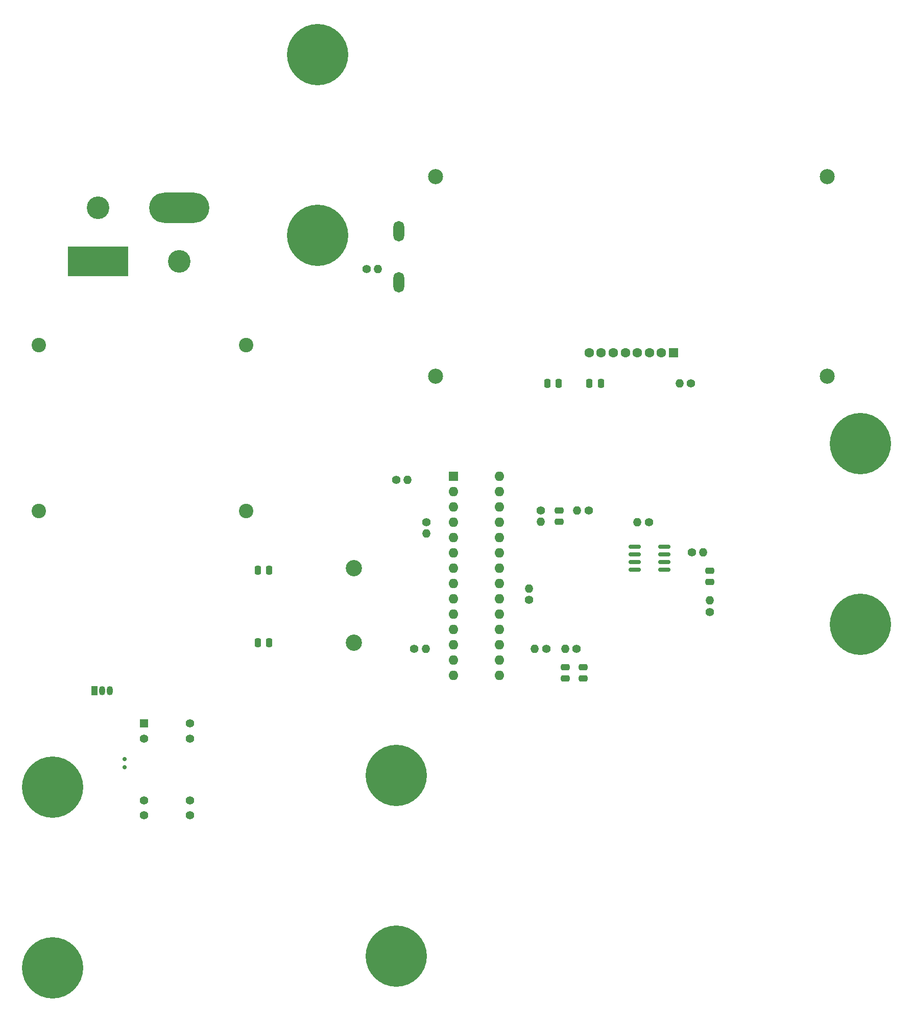
<source format=gbr>
%TF.GenerationSoftware,KiCad,Pcbnew,8.0.5*%
%TF.CreationDate,2024-09-18T16:37:26+03:00*%
%TF.ProjectId,TDR_test,5444525f-7465-4737-942e-6b696361645f,rev?*%
%TF.SameCoordinates,Original*%
%TF.FileFunction,Soldermask,Top*%
%TF.FilePolarity,Negative*%
%FSLAX46Y46*%
G04 Gerber Fmt 4.6, Leading zero omitted, Abs format (unit mm)*
G04 Created by KiCad (PCBNEW 8.0.5) date 2024-09-18 16:37:26*
%MOMM*%
%LPD*%
G01*
G04 APERTURE LIST*
G04 Aperture macros list*
%AMRoundRect*
0 Rectangle with rounded corners*
0 $1 Rounding radius*
0 $2 $3 $4 $5 $6 $7 $8 $9 X,Y pos of 4 corners*
0 Add a 4 corners polygon primitive as box body*
4,1,4,$2,$3,$4,$5,$6,$7,$8,$9,$2,$3,0*
0 Add four circle primitives for the rounded corners*
1,1,$1+$1,$2,$3*
1,1,$1+$1,$4,$5*
1,1,$1+$1,$6,$7*
1,1,$1+$1,$8,$9*
0 Add four rect primitives between the rounded corners*
20,1,$1+$1,$2,$3,$4,$5,0*
20,1,$1+$1,$4,$5,$6,$7,0*
20,1,$1+$1,$6,$7,$8,$9,0*
20,1,$1+$1,$8,$9,$2,$3,0*%
G04 Aperture macros list end*
%ADD10RoundRect,0.250000X-0.475000X0.250000X-0.475000X-0.250000X0.475000X-0.250000X0.475000X0.250000X0*%
%ADD11RoundRect,0.250000X0.475000X-0.250000X0.475000X0.250000X-0.475000X0.250000X-0.475000X-0.250000X0*%
%ADD12RoundRect,0.250000X0.250000X0.475000X-0.250000X0.475000X-0.250000X-0.475000X0.250000X-0.475000X0*%
%ADD13C,1.400000*%
%ADD14O,1.400000X1.400000*%
%ADD15C,10.160000*%
%ADD16R,1.400000X1.400000*%
%ADD17C,2.700000*%
%ADD18C,2.500000*%
%ADD19R,1.600000X1.600000*%
%ADD20C,1.600000*%
%ADD21O,1.800000X3.400000*%
%ADD22C,2.400000*%
%ADD23RoundRect,0.150000X0.825000X0.150000X-0.825000X0.150000X-0.825000X-0.150000X0.825000X-0.150000X0*%
%ADD24R,1.050000X1.500000*%
%ADD25O,1.050000X1.500000*%
%ADD26C,3.750000*%
%ADD27R,10.000000X5.000000*%
%ADD28O,10.000000X5.000000*%
%ADD29O,1.600000X1.600000*%
%ADD30RoundRect,0.150000X-0.200000X0.150000X-0.200000X-0.150000X0.200000X-0.150000X0.200000X0.150000X0*%
G04 APERTURE END LIST*
D10*
%TO.C,C10*%
X155000000Y-108050000D03*
X155000000Y-109950000D03*
%TD*%
%TO.C,C9*%
X130000000Y-98050000D03*
X130000000Y-99950000D03*
%TD*%
D11*
%TO.C,C8*%
X134000000Y-125950000D03*
X134000000Y-124050000D03*
%TD*%
D10*
%TO.C,C7*%
X131000000Y-124050000D03*
X131000000Y-125950000D03*
%TD*%
D12*
%TO.C,C4*%
X136950000Y-77000000D03*
X135050000Y-77000000D03*
%TD*%
%TO.C,C3*%
X129950000Y-77000000D03*
X128050000Y-77000000D03*
%TD*%
%TO.C,C2*%
X81950000Y-120000000D03*
X80050000Y-120000000D03*
%TD*%
%TO.C,C1*%
X81950000Y-108000000D03*
X80050000Y-108000000D03*
%TD*%
D13*
%TO.C,R13*%
X125000000Y-112900000D03*
D14*
X125000000Y-111000000D03*
%TD*%
D13*
%TO.C,R12*%
X155000000Y-114900000D03*
D14*
X155000000Y-113000000D03*
%TD*%
D13*
%TO.C,R11*%
X144900000Y-100000000D03*
D14*
X143000000Y-100000000D03*
%TD*%
D13*
%TO.C,R10*%
X152000000Y-105000000D03*
D14*
X153900000Y-105000000D03*
%TD*%
D13*
%TO.C,R9*%
X98100000Y-58000000D03*
D14*
X100000000Y-58000000D03*
%TD*%
D13*
%TO.C,R8*%
X151900000Y-77000000D03*
D14*
X150000000Y-77000000D03*
%TD*%
D15*
%TO.C,J4*%
X180000000Y-117000000D03*
X180000000Y-87030000D03*
%TD*%
%TO.C,J3*%
X103000000Y-142000000D03*
X103000000Y-171970000D03*
%TD*%
D13*
%TO.C,R1*%
X103000000Y-93000000D03*
D14*
X104900000Y-93000000D03*
%TD*%
D15*
%TO.C,J2*%
X90000000Y-22500000D03*
X90000000Y-52470000D03*
%TD*%
D16*
%TO.C,K1*%
X61200000Y-133400000D03*
D13*
X61200000Y-135940000D03*
X61200000Y-146200000D03*
X61200000Y-148640000D03*
X68820000Y-148640000D03*
X68820000Y-146200000D03*
X68820000Y-135940000D03*
X68820000Y-133400000D03*
%TD*%
D17*
%TO.C,Y1*%
X96000000Y-120000000D03*
X96000000Y-107660000D03*
%TD*%
D15*
%TO.C,J1*%
X46000000Y-144000000D03*
X46000000Y-173970000D03*
%TD*%
D13*
%TO.C,R3*%
X106000000Y-121000000D03*
D14*
X107900000Y-121000000D03*
%TD*%
D18*
%TO.C,U3*%
X109500000Y-42700000D03*
X109500000Y-75800000D03*
X174500000Y-42700000D03*
X174500000Y-75800000D03*
D19*
X149000000Y-71900000D03*
D20*
X147000000Y-71900000D03*
X145000000Y-71900000D03*
X143000000Y-71900000D03*
X141000000Y-71900000D03*
X139000000Y-71900000D03*
X137000000Y-71900000D03*
X135000000Y-71900000D03*
D21*
X103450000Y-60250000D03*
X103450000Y-51750000D03*
%TD*%
D22*
%TO.C,C5*%
X78090000Y-70690000D03*
X78090000Y-98190000D03*
%TD*%
D13*
%TO.C,R6*%
X127000000Y-98050000D03*
D14*
X127000000Y-99950000D03*
%TD*%
D22*
%TO.C,C6*%
X43750000Y-70670000D03*
X43750000Y-98170000D03*
%TD*%
D13*
%TO.C,R4*%
X127900000Y-121000000D03*
D14*
X126000000Y-121000000D03*
%TD*%
D23*
%TO.C,U2*%
X147475000Y-107905000D03*
X147475000Y-106635000D03*
X147475000Y-105365000D03*
X147475000Y-104095000D03*
X142525000Y-104095000D03*
X142525000Y-105365000D03*
X142525000Y-106635000D03*
X142525000Y-107905000D03*
%TD*%
D13*
%TO.C,R2*%
X108000000Y-100000000D03*
D14*
X108000000Y-101900000D03*
%TD*%
D24*
%TO.C,Q1*%
X53000000Y-128000000D03*
D25*
X54270000Y-128000000D03*
X55540000Y-128000000D03*
%TD*%
D26*
%TO.C,L1*%
X67030000Y-56800000D03*
X53530000Y-47900000D03*
D27*
X53530000Y-56800000D03*
D28*
X67030000Y-47900000D03*
%TD*%
D13*
%TO.C,R5*%
X132900000Y-121000000D03*
D14*
X131000000Y-121000000D03*
%TD*%
D29*
%TO.C,U1*%
X120120000Y-92420000D03*
X120120000Y-94960000D03*
X120120000Y-97500000D03*
X120120000Y-100040000D03*
X120120000Y-102580000D03*
X120120000Y-105120000D03*
X120120000Y-107660000D03*
X120120000Y-110200000D03*
X120120000Y-112740000D03*
X120120000Y-115280000D03*
X120120000Y-117820000D03*
X120120000Y-120360000D03*
X120120000Y-122900000D03*
X120120000Y-125440000D03*
X112500000Y-125440000D03*
X112500000Y-122900000D03*
X112500000Y-120360000D03*
X112500000Y-117820000D03*
X112500000Y-115280000D03*
X112500000Y-112740000D03*
X112500000Y-110200000D03*
X112500000Y-107660000D03*
X112500000Y-105120000D03*
X112500000Y-102580000D03*
X112500000Y-100040000D03*
X112500000Y-97500000D03*
X112500000Y-94960000D03*
D19*
X112500000Y-92420000D03*
%TD*%
D30*
%TO.C,D1*%
X58000000Y-140700000D03*
X58000000Y-139300000D03*
%TD*%
D13*
%TO.C,R7*%
X134900000Y-98050000D03*
D14*
X133000000Y-98050000D03*
%TD*%
M02*

</source>
